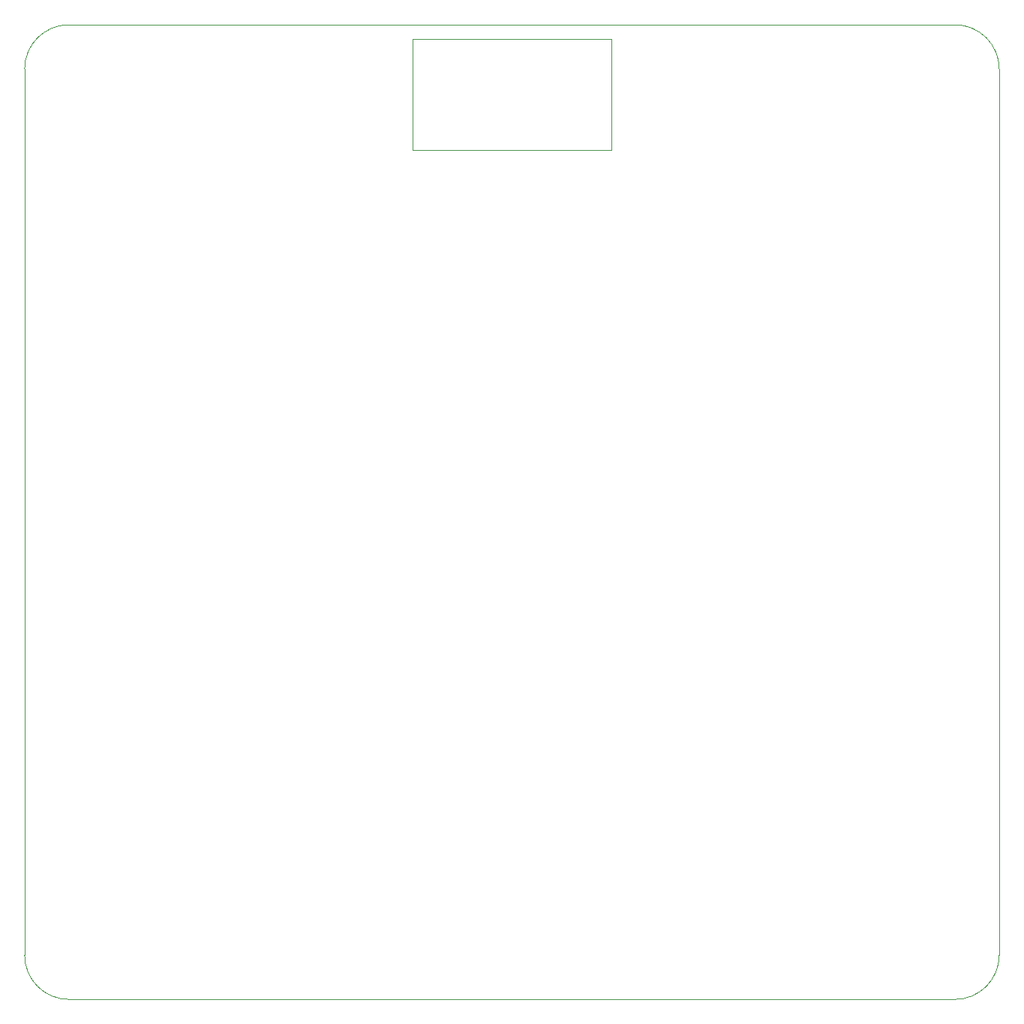
<source format=gbr>
%TF.GenerationSoftware,KiCad,Pcbnew,9.0.2*%
%TF.CreationDate,2025-07-02T02:47:13-04:00*%
%TF.ProjectId,PaperCam_Kicad,50617065-7243-4616-9d5f-4b696361642e,rev?*%
%TF.SameCoordinates,Original*%
%TF.FileFunction,Profile,NP*%
%FSLAX46Y46*%
G04 Gerber Fmt 4.6, Leading zero omitted, Abs format (unit mm)*
G04 Created by KiCad (PCBNEW 9.0.2) date 2025-07-02 02:47:13*
%MOMM*%
%LPD*%
G01*
G04 APERTURE LIST*
%TA.AperFunction,Profile*%
%ADD10C,0.050000*%
%TD*%
G04 APERTURE END LIST*
D10*
X43750000Y-1625000D02*
X66250000Y-1625000D01*
X66250000Y-14125000D01*
X43750000Y-14125000D01*
X43750000Y-1625000D01*
X0Y-105000000D02*
X0Y-5000000D01*
X105000000Y-110000000D02*
X5000000Y-110000000D01*
X105000000Y0D02*
G75*
G02*
X110000000Y-5000000I0J-5000000D01*
G01*
X5000000Y-110000000D02*
G75*
G02*
X0Y-105000000I0J5000000D01*
G01*
X110000000Y-5000000D02*
X110000000Y-105000000D01*
X0Y-5000000D02*
G75*
G02*
X5000000Y0I5000000J0D01*
G01*
X5000000Y0D02*
X105000000Y0D01*
X110000000Y-105000000D02*
G75*
G02*
X105000000Y-110000000I-5000000J0D01*
G01*
M02*

</source>
